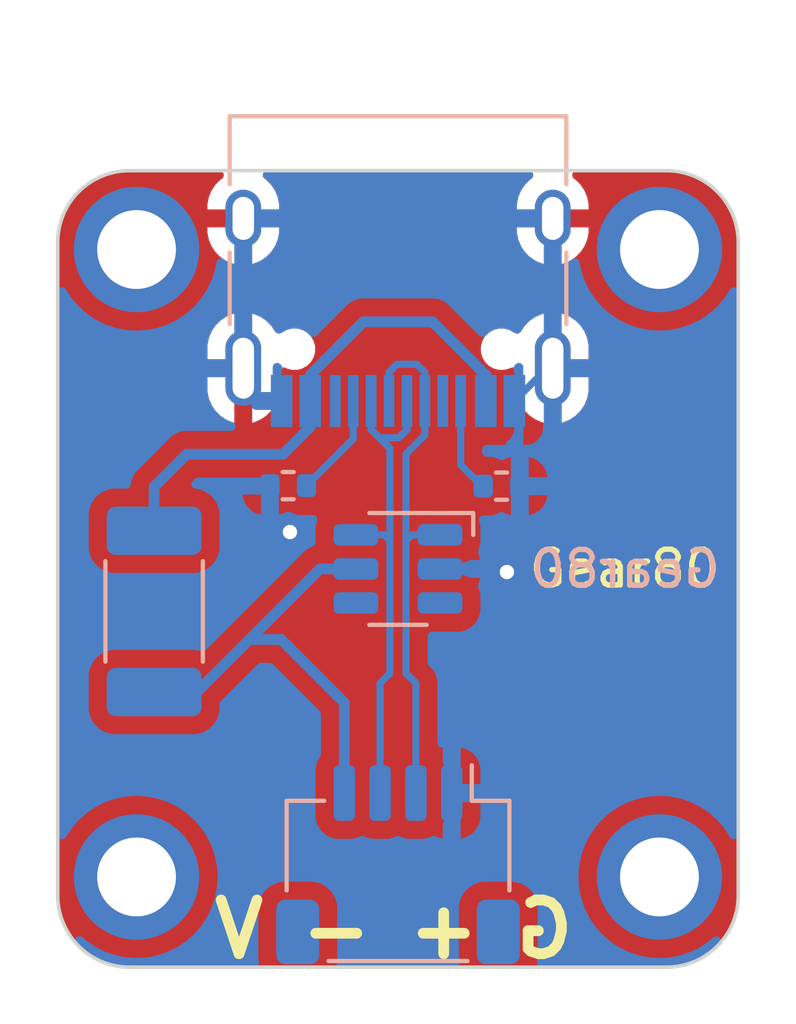
<source format=kicad_pcb>
(kicad_pcb (version 20240108) (generator "pcbnew") (generator_version "8.0")
  (layers (0 "F.Cu" signal) (31 "B.Cu" signal) (34 "B.Paste" user) (35 "F.Paste" user) (36 "B.SilkS" user "B.Silkscreen") (37 "F.SilkS" user "F.Silkscreen") (38 "B.Mask" user) (39 "F.Mask" user) (44 "Edge.Cuts" user))
  (net 0 "")
  (net 1 "VBUS")
  (net 2 "+5V")
  (net 3 "GND")
  (net 4 "USB_D+")
  (net 5 "USB_D-")
  (net 6 "Net-(J2-CC1)")
  (net 8 "Net-(J2-CC2)")
  (footprint "" (layer "B.Cu") (at 151.224414 78.127523 180)
    (property "Reference" "" (at 0 0 0) (layer "B.SilkS") (effects (font (size 1.27 1.27)) (justify mirror)))
    (property "Value" "" (at 0 0 0) (layer "B.SilkS") (effects (font (size 1.27 1.27)) (justify mirror)))
    (pad "" np_thru_hole circle (at 0.096914 0.045023 180) (size 3.500001 3.500001) (drill 2.2) (layers "B.Cu" "B.Mask") (clearance 0.508))
  )
  (footprint "PCM_marbastlib-various:SOT-23-6-routable" (layer "B.Cu") (at 143.8275 86.995 180)
    (property "Reference" "U1" (hide yes))
    (property "Value" "SRV05-4" (hide yes))
    (fp_line (start 0 -1.56) (end 0.8 -1.56) (stroke (width 0.12)) (layer "B.SilkS"))
    (fp_line (start 0 -1.56) (end -0.8 -1.56) (stroke (width 0.12)) (layer "B.SilkS"))
    (fp_line (start -2.1 1.56) (end 0.8 1.56) (stroke (width 0.12)) (layer "B.SilkS"))
    (fp_line (start -2.1 0.95) (end -2.1 1.56) (stroke (width 0.12)) (layer "B.SilkS"))
    (pad "1" smd roundrect (at -1.175 0.95 180) (size 1.25 0.6) (layers "B.Cu" "B.Paste" "B.Mask") (net 4 "USB_D+"))
    (pad "2" smd roundrect (at -1.175 0 180) (size 1.25 0.6) (layers "B.Cu" "B.Paste" "B.Mask") (net 3 "GND"))
    (pad "3" smd roundrect (at -1.175 -0.95 180) (size 1.25 0.6) (layers "B.Cu" "B.Paste" "B.Mask"))
    (pad "4" smd roundrect (at 1.175 -0.95 180) (size 1.25 0.6) (layers "B.Cu" "B.Paste" "B.Mask"))
    (pad "5" smd roundrect (at 1.175 0 180) (size 1.25 0.6) (layers "B.Cu" "B.Paste" "B.Mask") (net 2 "+5V"))
    (pad "6" smd roundrect (at 1.175 0.95 180) (size 1.25 0.6) (layers "B.Cu" "B.Paste" "B.Mask") (net 5 "USB_D-"))
  )
  (footprint "Resistor_SMD:R_0402_1005Metric" (layer "B.Cu") (at 140.761427 84.671117 180)
    (property "Reference" "R1" (hide yes))
    (property "Value" "5.1k" (hide yes))
    (fp_line (start -0.153641 0.38) (end 0.153641 0.38) (stroke (width 0.12)) (layer "B.SilkS"))
    (fp_line (start -0.153641 -0.38) (end 0.153641 -0.38) (stroke (width 0.12)) (layer "B.SilkS"))
    (pad "1" smd roundrect (at -0.51 0 180) (size 0.54 0.64) (layers "B.Cu" "B.Paste" "B.Mask") (net 6 "Net-(J2-CC1)"))
    (pad "2" smd roundrect (at 0.51 0 180) (size 0.54 0.64) (layers "B.Cu" "B.Paste" "B.Mask") (net 3 "GND"))
  )
  (footprint "" (layer "B.Cu") (at 136.556344 95.590023 180)
    (property "Reference" "" (at 0 0 0) (layer "B.SilkS") (effects (font (size 1.27 1.27)) (justify mirror)))
    (property "Value" "" (at 0 0 0) (layer "B.SilkS") (effects (font (size 1.27 1.27)) (justify mirror)))
    (pad "" np_thru_hole circle (at 0.028844 0 180) (size 3.500001 3.500001) (drill 2.2) (layers "B.Cu" "B.Mask") (clearance 0.508))
  )
  (footprint "Resistor_SMD:R_0402_1005Metric" (layer "B.Cu") (at 146.71875 84.685459)
    (property "Reference" "R2" (hide yes))
    (property "Value" "5.1k" (hide yes))
    (fp_line (start -0.153641 -0.38) (end 0.153641 -0.38) (stroke (width 0.12)) (layer "B.SilkS"))
    (fp_line (start -0.153641 0.38) (end 0.153641 0.38) (stroke (width 0.12)) (layer "B.SilkS"))
    (pad "1" smd roundrect (at -0.51 0) (size 0.54 0.64) (layers "B.Cu" "B.Paste" "B.Mask") (net 8 "Net-(J2-CC2)"))
    (pad "2" smd roundrect (at 0.51 0) (size 0.54 0.64) (layers "B.Cu" "B.Paste" "B.Mask") (net 3 "GND"))
  )
  (footprint "" (layer "B.Cu") (at 136.556344 78.034727 180)
    (property "Reference" "" (at 0 0 0) (layer "B.SilkS") (effects (font (size 1.27 1.27)) (justify mirror)))
    (property "Value" "" (at 0 0 0) (layer "B.SilkS") (effects (font (size 1.27 1.27)) (justify mirror)))
    (pad "" np_thru_hole circle (at 0.028844 -0.047773 180) (size 3.500001 3.500001) (drill 2.2) (layers "B.Cu" "B.Mask") (clearance 0.508))
  )
  (footprint "Fuse:Fuse_2010_5025Metric" (layer "B.Cu") (at 137.018394 88.180428 90)
    (property "Reference" "F1" (hide yes))
    (property "Value" "MF-MSMF050-2 500mA" (hide yes))
    (fp_line (start -1.402064 -1.36) (end 1.402064 -1.36) (stroke (width 0.12)) (layer "B.SilkS"))
    (fp_line (start -1.402064 1.36) (end 1.402064 1.36) (stroke (width 0.12)) (layer "B.SilkS"))
    (pad "1" smd roundrect (at -2.25 0 90) (size 1.35 2.65) (layers "B.Cu" "B.Paste" "B.Mask") (roundrect_rratio 0.1851851852) (net 2 "+5V"))
    (pad "2" smd roundrect (at 2.25 0 90) (size 1.35 2.65) (layers "B.Cu" "B.Paste" "B.Mask") (roundrect_rratio 0.1851851852) (net 1 "VBUS"))
  )
  (footprint "" (layer "B.Cu") (at 151.224414 95.590023 180)
    (property "Reference" "" (at 0 0 0) (layer "B.SilkS") (effects (font (size 1.27 1.27)) (justify mirror)))
    (property "Value" "" (at 0 0 0) (layer "B.SilkS") (effects (font (size 1.27 1.27)) (justify mirror)))
    (pad "" np_thru_hole circle (at 0.096914 0 180) (size 3.500001 3.500001) (drill 2.2) (layers "B.Cu" "B.Mask") (clearance 0.508))
  )
  (footprint "Connector_JST:JST_SH_SM04B-SRSS-TB_1x04-1MP_P1.00mm_Horizontal" (layer "B.Cu") (at 143.8275 95.25 180)
    (property "Reference" "J1" (hide yes))
    (property "Value" "Conn_01x04" (hide yes))
    (fp_line (start 3.11 1.785) (end 2.06 1.785) (stroke (width 0.12)) (layer "B.SilkS"))
    (fp_line (start 3.11 -0.715) (end 3.11 1.785) (stroke (width 0.12)) (layer "B.SilkS"))
    (fp_line (start -1.94 -2.685) (end 1.94 -2.685) (stroke (width 0.12)) (layer "B.SilkS"))
    (fp_line (start -2.06 1.785) (end -2.06 2.775) (stroke (width 0.12)) (layer "B.SilkS"))
    (fp_line (start -3.11 1.785) (end -2.06 1.785) (stroke (width 0.12)) (layer "B.SilkS"))
    (fp_line (start -3.11 -0.715) (end -3.11 1.785) (stroke (width 0.12)) (layer "B.SilkS"))
    (pad "1" smd roundrect (at -1.5 2 180) (size 0.6 1.55) (layers "B.Cu" "B.Paste" "B.Mask") (net 3 "GND"))
    (pad "2" smd roundrect (at -0.5 2 180) (size 0.6 1.55) (layers "B.Cu" "B.Paste" "B.Mask") (net 4 "USB_D+"))
    (pad "3" smd roundrect (at 0.5 2 180) (size 0.6 1.55) (layers "B.Cu" "B.Paste" "B.Mask") (net 5 "USB_D-"))
    (pad "4" smd roundrect (at 1.5 2 180) (size 0.6 1.55) (layers "B.Cu" "B.Paste" "B.Mask") (net 2 "+5V"))
    (pad "MP" smd roundrect (at -2.8 -1.875 180) (size 1.2 1.8) (layers "B.Cu" "B.Paste" "B.Mask") (roundrect_rratio 0.2083333333))
    (pad "MP" smd roundrect (at 2.8 -1.875 180) (size 1.2 1.8) (layers "B.Cu" "B.Paste" "B.Mask") (roundrect_rratio 0.2083333333))
  )
  (footprint "Connector_USB:USB_C_Receptacle_HRO_TYPE-C-31-M-12" (layer "B.Cu") (at 143.8275 78.26375)
    (property "Reference" "J2" (hide yes))
    (property "Value" "USB_C_Receptacle_USB2.0" (hide yes))
    (fp_line (start -4.7 -3.9) (end 4.7 -3.9) (stroke (width 0.12)) (layer "B.SilkS"))
    (fp_line (start -4.7 -2) (end -4.7 -3.9) (stroke (width 0.12)) (layer "B.SilkS"))
    (fp_line (start -4.7 1.9) (end -4.7 -0.1) (stroke (width 0.12)) (layer "B.SilkS"))
    (fp_line (start 4.7 -2) (end 4.7 -3.9) (stroke (width 0.12)) (layer "B.SilkS"))
    (fp_line (start 4.7 1.9) (end 4.7 -0.1) (stroke (width 0.12)) (layer "B.SilkS"))
    (pad "" np_thru_hole circle (at -2.89 2.6) (size 0.65 0.65) (drill 0.65) (layers "F&B.Cu" "*.Mask"))
    (pad "" np_thru_hole circle (at 2.89 2.6) (size 0.65 0.65) (drill 0.65) (layers "F&B.Cu" "*.Mask"))
    (pad "A1" smd rect (at -3.25 4.045) (size 0.6 1.45) (layers "B.Cu" "B.Paste" "B.Mask") (net 3 "GND"))
    (pad "A4" smd rect (at -2.45 4.045) (size 0.6 1.45) (layers "B.Cu" "B.Paste" "B.Mask") (net 1 "VBUS"))
    (pad "A5" smd rect (at -1.25 4.045) (size 0.3 1.45) (layers "B.Cu" "B.Paste" "B.Mask") (net 6 "Net-(J2-CC1)"))
    (pad "A6" smd rect (at -0.25 4.045) (size 0.3 1.45) (layers "B.Cu" "B.Paste" "B.Mask") (net 4 "USB_D+"))
    (pad "A7" smd rect (at 0.25 4.045) (size 0.3 1.45) (layers "B.Cu" "B.Paste" "B.Mask") (net 5 "USB_D-"))
    (pad "A8" smd rect (at 1.25 4.045) (size 0.3 1.45) (layers "B.Cu" "B.Paste" "B.Mask"))
    (pad "A9" smd rect (at 2.45 4.045) (size 0.6 1.45) (layers "B.Cu" "B.Paste" "B.Mask") (net 1 "VBUS"))
    (pad "A12" smd rect (at 3.25 4.045) (size 0.6 1.45) (layers "B.Cu" "B.Paste" "B.Mask") (net 3 "GND"))
    (pad "B1" smd rect (at 3.25 4.045) (size 0.6 1.45) (layers "B.Cu" "B.Paste" "B.Mask") (net 3 "GND"))
    (pad "B4" smd rect (at 2.45 4.045) (size 0.6 1.45) (layers "B.Cu" "B.Paste" "B.Mask") (net 1 "VBUS"))
    (pad "B5" smd rect (at 1.75 4.045) (size 0.3 1.45) (layers "B.Cu" "B.Paste" "B.Mask") (net 8 "Net-(J2-CC2)"))
    (pad "B6" smd rect (at 0.75 4.045) (size 0.3 1.45) (layers "B.Cu" "B.Paste" "B.Mask") (net 4 "USB_D+"))
    (pad "B7" smd rect (at -0.75 4.045) (size 0.3 1.45) (layers "B.Cu" "B.Paste" "B.Mask") (net 5 "USB_D-"))
    (pad "B8" smd rect (at -1.75 4.045) (size 0.3 1.45) (layers "B.Cu" "B.Paste" "B.Mask"))
    (pad "B9" smd rect (at -2.45 4.045) (size 0.6 1.45) (layers "B.Cu" "B.Paste" "B.Mask") (net 1 "VBUS"))
    (pad "B12" smd rect (at -3.25 4.045) (size 0.6 1.45) (layers "B.Cu" "B.Paste" "B.Mask") (net 3 "GND"))
    (pad "S1" thru_hole oval (at -4.32 -1.05) (size 1 1.6) (drill oval 0.6 1.2) (layers "*.Cu" "*.Mask") (net 3 "GND"))
    (pad "S1" thru_hole oval (at -4.32 3.13) (size 1 2.1) (drill oval 0.6 1.7) (layers "*.Cu" "*.Mask") (net 3 "GND"))
    (pad "S1" thru_hole oval (at 4.32 -1.05) (size 1 1.6) (drill oval 0.6 1.2) (layers "*.Cu" "*.Mask") (net 3 "GND"))
    (pad "S1" thru_hole oval (at 4.32 3.13) (size 1 2.1) (drill oval 0.6 1.7) (layers "*.Cu" "*.Mask") (net 3 "GND"))
  )
  (gr_arc (start 136.3275 98.1075) (mid 134.913247 97.521753) (end 134.3275 96.1075) (stroke (width 0.1)) (layer "Edge.Cuts"))
  (gr_line (start 134.3275 77.8825) (end 134.3275 96.1075) (stroke (width 0.1)) (layer "Edge.Cuts"))
  (gr_line (start 151.3275 75.8825) (end 136.3275 75.8825) (stroke (width 0.1)) (layer "Edge.Cuts"))
  (gr_arc (start 153.3275 96.1075) (mid 152.74168 97.52168) (end 151.3275 98.1075) (stroke (width 0.1)) (layer "Edge.Cuts"))
  (gr_line (start 136.3275 98.1075) (end 151.3275 98.1075) (stroke (width 0.1)) (layer "Edge.Cuts"))
  (gr_arc (start 134.3275 77.8825) (mid 134.913253 76.468253) (end 136.3275 75.8825) (stroke (width 0.1)) (layer "Edge.Cuts"))
  (gr_line (start 153.3275 96.1075) (end 153.3275 77.8825) (stroke (width 0.1)) (layer "Edge.Cuts"))
  (gr_arc (start 151.3275 75.8825) (mid 152.741674 76.468326) (end 153.3275 77.8825) (stroke (width 0.1)) (layer "Edge.Cuts"))
  (gr_text "Gear80" (at 150.1775 86.995 0) (layer "B.SilkS") (effects (font (size 1 1)) (justify mirror)))
  (gr_text "Gear80" (at 150.150554 86.989225 0) (layer "F.SilkS") (effects (font (size 1 1))))
  (gr_text "G + - V" (at 148.872554 97.931905 0) (layer "F.SilkS") (effects (font (size 1.5 1.5) (thickness 0.3) (bold yes)) (justify left bottom mirror)))
  (segment (start 142.861242 80.100008) (end 144.793758 80.100008) (width 0.3) (layer "B.Cu") (net 1))
  (segment (start 137.924093 83.794767) (end 137.018394 84.700466) (width 0.3) (layer "B.Cu") (net 1))
  (segment (start 137.018394 84.700466) (end 137.018394 85.930428) (width 0.3) (layer "B.Cu") (net 1))
  (segment (start 141.3775 83.03375) (end 140.616483 83.794767) (width 0.3) (layer "B.Cu") (net 1))
  (segment (start 141.3775 81.58375) (end 142.861242 80.100008) (width 0.3) (layer "B.Cu") (net 1))
  (segment (start 146.2775 81.58375) (end 146.2775 82.30875) (width 0.3) (layer "B.Cu") (net 1))
  (segment (start 141.3775 82.30875) (end 141.3775 83.03375) (width 0.3) (layer "B.Cu") (net 1))
  (segment (start 141.3775 82.30875) (end 141.3775 81.58375) (width 0.3) (layer "B.Cu") (net 1))
  (segment (start 144.793758 80.100008) (end 146.2775 81.58375) (width 0.3) (layer "B.Cu") (net 1))
  (segment (start 140.616483 83.794767) (end 137.924093 83.794767) (width 0.3) (layer "B.Cu") (net 1))
  (segment (start 142.3275 90.7275) (end 142.3275 93.25) (width 0.3) (layer "B.Cu") (net 2))
  (segment (start 138.210777 90.430428) (end 137.018394 90.430428) (width 0.3) (layer "B.Cu") (net 2))
  (segment (start 140.564248 88.964248) (end 142.3275 90.7275) (width 0.3) (layer "B.Cu") (net 2))
  (segment (start 139.676957 88.964248) (end 140.564248 88.964248) (width 0.3) (layer "B.Cu") (net 2))
  (segment (start 139.676957 88.964248) (end 141.646205 86.995) (width 0.3) (layer "B.Cu") (net 2))
  (segment (start 139.676957 88.964248) (end 138.210777 90.430428) (width 0.3) (layer "B.Cu") (net 2))
  (segment (start 141.646205 86.995) (end 142.6525 86.995) (width 0.3) (layer "B.Cu") (net 2))
  (segment (start 140.810261 85.966833) (end 139.5075 84.664072) (width 0.2) (layer "F.Cu") (net 3))
  (segment (start 141.924977 87.081549) (end 146.868477 87.081549) (width 0.2) (layer "F.Cu") (net 3))
  (segment (start 146.868477 87.081549) (end 148.1475 85.802526) (width 0.2) (layer "F.Cu") (net 3))
  (segment (start 140.810261 85.966833) (end 141.924977 87.081549) (width 0.2) (layer "F.Cu") (net 3))
  (segment (start 148.1475 85.802526) (end 148.1475 81.39375) (width 0.2) (layer "F.Cu") (net 3))
  (segment (start 139.5075 84.664072) (end 139.5075 81.39375) (width 0.2) (layer "F.Cu") (net 3))
  (via (at 140.810261 85.966833) (size 0.8) (drill 0.4) (layers "F.Cu" "B.Cu") (net 3))
  (via (at 146.868477 87.081549) (size 0.8) (drill 0.4) (layers "F.Cu" "B.Cu") (net 3))
  (segment (start 146.868477 87.081549) (end 147.192894 86.757132) (width 0.2) (layer "B.Cu") (net 3))
  (segment (start 148.1475 81.39375) (end 147.9925 81.39375) (width 0.2) (layer "B.Cu") (net 3))
  (segment (start 140.018125 82.30875) (end 140.5775 82.30875) (width 0.2) (layer "B.Cu") (net 3))
  (segment (start 147.192894 86.757132) (end 147.192894 84.685459) (width 0.2) (layer "B.Cu") (net 3))
  (segment (start 139.5075 81.39375) (end 139.5075 77.21375) (width 0.2) (layer "B.Cu") (net 3))
  (segment (start 139.5075 77.21375) (end 148.1475 77.21375) (width 0.2) (layer "B.Cu") (net 3))
  (segment (start 146.868477 88.372318) (end 145.3275 89.913295) (width 0.2) (layer "B.Cu") (net 3))
  (segment (start 148.1475 77.21375) (end 148.1475 81.39375) (width 0.2) (layer "B.Cu") (net 3))
  (segment (start 139.5075 81.798125) (end 140.018125 82.30875) (width 0.2) (layer "B.Cu") (net 3))
  (segment (start 140.251427 85.407999) (end 140.810261 85.966833) (width 0.2) (layer "B.Cu") (net 3))
  (segment (start 146.868477 87.081549) (end 146.795756 87.008828) (width 0.2) (layer "B.Cu") (net 3))
  (segment (start 139.5075 81.39375) (end 139.5075 81.798125) (width 0.2) (layer "B.Cu") (net 3))
  (segment (start 140.251427 84.671117) (end 140.251427 85.407999) (width 0.2) (layer "B.Cu") (net 3))
  (segment (start 147.9925 81.39375) (end 147.0775 82.30875) (width 0.2) (layer "B.Cu") (net 3))
  (segment (start 145.3275 89.913295) (end 145.3275 93.25) (width 0.2) (layer "B.Cu") (net 3))
  (segment (start 146.868477 87.081549) (end 146.868477 88.372318) (width 0.2) (layer "B.Cu") (net 3))
  (segment (start 146.795756 87.008828) (end 144.898194 87.008828) (width 0.2) (layer "B.Cu") (net 3))
  (segment (start 144.20875 86.045) (end 145.0025 86.045) (width 0.2) (layer "B.Cu") (net 4))
  (segment (start 144.5775 82.30875) (end 144.5775 83.261225) (width 0.2) (layer "B.Cu") (net 4))
  (segment (start 144.0525 83.786225) (end 144.0525 86.20125) (width 0.2) (layer "B.Cu") (net 4))
  (segment (start 144.5775 83.261225) (end 144.0525 83.786225) (width 0.2) (layer "B.Cu") (net 4))
  (segment (start 143.5775 81.509486) (end 143.5775 82.30875) (width 0.2) (layer "B.Cu") (net 4))
  (segment (start 144.351764 81.28375) (end 143.803236 81.28375) (width 0.2) (layer "B.Cu") (net 4))
  (segment (start 144.5775 82.30875) (end 144.5775 81.509486) (width 0.2) (layer "B.Cu") (net 4))
  (segment (start 144.0525 86.20125) (end 144.20875 86.045) (width 0.2) (layer "B.Cu") (net 4))
  (segment (start 144.3275 90.182499) (end 144.3275 93.25) (width 0.2) (layer "B.Cu") (net 4))
  (segment (start 143.803236 81.28375) (end 143.5775 81.509486) (width 0.2) (layer "B.Cu") (net 4))
  (segment (start 144.5775 81.509486) (end 144.351764 81.28375) (width 0.2) (layer "B.Cu") (net 4))
  (segment (start 144.0525 89.907499) (end 144.3275 90.182499) (width 0.2) (layer "B.Cu") (net 4))
  (segment (start 144.0525 86.20125) (end 144.0525 89.907499) (width 0.2) (layer "B.Cu") (net 4))
  (segment (start 143.6025 86.20125) (end 143.6025 89.907499) (width 0.2) (layer "B.Cu") (net 5))
  (segment (start 143.851764 83.33375) (end 144.0775 83.108014) (width 0.2) (layer "B.Cu") (net 5))
  (segment (start 143.6025 89.907499) (end 143.3275 90.182499) (width 0.2) (layer "B.Cu") (net 5))
  (segment (start 143.0775 83.108014) (end 143.6025 83.633014) (width 0.2) (layer "B.Cu") (net 5))
  (segment (start 143.6025 83.633014) (end 143.6025 86.20125) (width 0.2) (layer "B.Cu") (net 5))
  (segment (start 143.3275 90.182499) (end 143.3275 93.25) (width 0.2) (layer "B.Cu") (net 5))
  (segment (start 143.0775 82.30875) (end 143.0775 83.108014) (width 0.2) (layer "B.Cu") (net 5))
  (segment (start 144.0775 83.108014) (end 144.0775 82.30875) (width 0.2) (layer "B.Cu") (net 5))
  (segment (start 143.0775 83.108014) (end 143.303236 83.33375) (width 0.2) (layer "B.Cu") (net 5))
  (segment (start 143.6025 86.20125) (end 143.44625 86.045) (width 0.2) (layer "B.Cu") (net 5))
  (segment (start 143.303236 83.33375) (end 143.851764 83.33375) (width 0.2) (layer "B.Cu") (net 5))
  (segment (start 143.44625 86.045) (end 142.6525 86.045) (width 0.2) (layer "B.Cu") (net 5))
  (segment (start 142.5775 83.365044) (end 142.5775 82.30875) (width 0.2) (layer "B.Cu") (net 6))
  (segment (start 141.271427 84.671117) (end 142.5775 83.365044) (width 0.2) (layer "B.Cu") (net 6))
  (segment (start 145.5775 84.090065) (end 145.5775 82.30875) (width 0.2) (layer "B.Cu") (net 8))
  (segment (start 146.172894 84.685459) (end 145.5775 84.090065) (width 0.2) (layer "B.Cu") (net 8))
  (zone (net 3) (net_name "GND") (layers "F&B.Cu") (connect_pads (clearance 0.5)) (min_thickness 0.25) (fill yes (thermal_gap 0.5) (thermal_bridge_width 0.5))
    (polygon (pts (xy 132.715 71.12) (xy 154.94 71.12) (xy 154.94 99.695) (xy 132.715 99.695)))
  )
)
</source>
